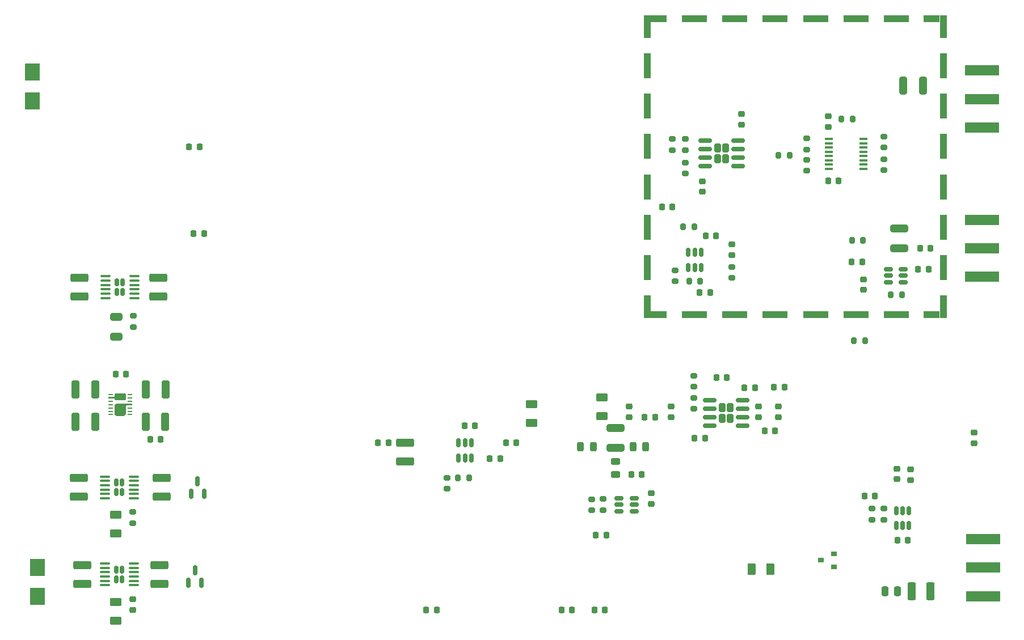
<source format=gbr>
G04 #@! TF.GenerationSoftware,KiCad,Pcbnew,(6.0.7)*
G04 #@! TF.CreationDate,2023-06-15T16:05:57+02:00*
G04 #@! TF.ProjectId,MTS_module,4d54535f-6d6f-4647-956c-652e6b696361,1.3.3*
G04 #@! TF.SameCoordinates,Original*
G04 #@! TF.FileFunction,Paste,Top*
G04 #@! TF.FilePolarity,Positive*
%FSLAX46Y46*%
G04 Gerber Fmt 4.6, Leading zero omitted, Abs format (unit mm)*
G04 Created by KiCad (PCBNEW (6.0.7)) date 2023-06-15 16:05:57*
%MOMM*%
%LPD*%
G01*
G04 APERTURE LIST*
G04 Aperture macros list*
%AMRoundRect*
0 Rectangle with rounded corners*
0 $1 Rounding radius*
0 $2 $3 $4 $5 $6 $7 $8 $9 X,Y pos of 4 corners*
0 Add a 4 corners polygon primitive as box body*
4,1,4,$2,$3,$4,$5,$6,$7,$8,$9,$2,$3,0*
0 Add four circle primitives for the rounded corners*
1,1,$1+$1,$2,$3*
1,1,$1+$1,$4,$5*
1,1,$1+$1,$6,$7*
1,1,$1+$1,$8,$9*
0 Add four rect primitives between the rounded corners*
20,1,$1+$1,$2,$3,$4,$5,0*
20,1,$1+$1,$4,$5,$6,$7,0*
20,1,$1+$1,$6,$7,$8,$9,0*
20,1,$1+$1,$8,$9,$2,$3,0*%
%AMFreePoly0*
4,1,38,0.670671,0.870970,0.751777,0.816777,0.805970,0.735671,0.825000,0.640000,0.825000,-0.640000,0.805970,-0.735671,0.751777,-0.816777,0.670671,-0.870970,0.575000,-0.890000,-0.780000,-0.890000,-0.880000,-0.915000,-1.750000,-0.915000,-1.750000,-0.665000,-1.075500,-0.665000,-1.075436,-0.664844,-1.075387,-0.664683,-1.075364,-0.664671,-1.075354,-0.664646,-1.075199,-0.664582,-1.075050,-0.664502,
-1.025101,-0.659508,-0.977199,-0.644539,-0.935281,-0.621584,-0.897355,-0.590644,-0.866421,-0.551727,-0.844465,-0.510809,-0.830492,-0.463901,-0.825497,-0.414950,-0.825420,-0.414807,-0.825354,-0.414646,-0.825329,-0.414636,-0.825316,-0.414612,-0.825157,-0.414565,-0.825000,-0.414500,-0.825000,0.640000,-0.575000,0.890000,0.575000,0.890000,0.670671,0.870970,0.670671,0.870970,$1*%
%AMFreePoly1*
4,1,25,0.670671,0.515970,0.751777,0.461777,0.805970,0.380671,0.825000,0.285000,0.825000,0.270000,1.750000,0.270000,1.750000,0.020000,0.825000,0.020000,0.825000,-0.285000,0.805970,-0.380671,0.751777,-0.461777,0.670671,-0.515970,0.575000,-0.535000,-0.575000,-0.535000,-0.670671,-0.515970,-0.751777,-0.461777,-0.805970,-0.380671,-0.825000,-0.285000,-0.825000,0.285000,-0.805970,0.380671,
-0.751777,0.461777,-0.670671,0.515970,-0.575000,0.535000,0.575000,0.535000,0.670671,0.515970,0.670671,0.515970,$1*%
G04 Aperture macros list end*
%ADD10RoundRect,0.250000X-1.075000X0.375000X-1.075000X-0.375000X1.075000X-0.375000X1.075000X0.375000X0*%
%ADD11RoundRect,0.250000X-0.625000X0.375000X-0.625000X-0.375000X0.625000X-0.375000X0.625000X0.375000X0*%
%ADD12RoundRect,0.218750X0.218750X0.256250X-0.218750X0.256250X-0.218750X-0.256250X0.218750X-0.256250X0*%
%ADD13RoundRect,0.225000X0.250000X-0.225000X0.250000X0.225000X-0.250000X0.225000X-0.250000X-0.225000X0*%
%ADD14RoundRect,0.250000X0.625000X-0.375000X0.625000X0.375000X-0.625000X0.375000X-0.625000X-0.375000X0*%
%ADD15RoundRect,0.243750X0.243750X0.456250X-0.243750X0.456250X-0.243750X-0.456250X0.243750X-0.456250X0*%
%ADD16RoundRect,0.218750X-0.218750X-0.256250X0.218750X-0.256250X0.218750X0.256250X-0.218750X0.256250X0*%
%ADD17RoundRect,0.243750X0.456250X-0.243750X0.456250X0.243750X-0.456250X0.243750X-0.456250X-0.243750X0*%
%ADD18R,0.900000X0.800000*%
%ADD19RoundRect,0.200000X-0.275000X0.200000X-0.275000X-0.200000X0.275000X-0.200000X0.275000X0.200000X0*%
%ADD20RoundRect,0.218750X-0.256250X0.218750X-0.256250X-0.218750X0.256250X-0.218750X0.256250X0.218750X0*%
%ADD21RoundRect,0.218750X0.256250X-0.218750X0.256250X0.218750X-0.256250X0.218750X-0.256250X-0.218750X0*%
%ADD22RoundRect,0.250000X1.075000X-0.312500X1.075000X0.312500X-1.075000X0.312500X-1.075000X-0.312500X0*%
%ADD23RoundRect,0.250000X0.375000X1.075000X-0.375000X1.075000X-0.375000X-1.075000X0.375000X-1.075000X0*%
%ADD24RoundRect,0.167500X-0.167500X-0.407500X0.167500X-0.407500X0.167500X0.407500X-0.167500X0.407500X0*%
%ADD25RoundRect,0.100000X-0.625000X-0.100000X0.625000X-0.100000X0.625000X0.100000X-0.625000X0.100000X0*%
%ADD26RoundRect,0.250000X0.375000X0.625000X-0.375000X0.625000X-0.375000X-0.625000X0.375000X-0.625000X0*%
%ADD27RoundRect,0.225000X-0.225000X-0.250000X0.225000X-0.250000X0.225000X0.250000X-0.225000X0.250000X0*%
%ADD28RoundRect,0.225000X-0.250000X0.225000X-0.250000X-0.225000X0.250000X-0.225000X0.250000X0.225000X0*%
%ADD29R,2.300000X2.500000*%
%ADD30R,5.080000X1.500000*%
%ADD31R,1.000000X3.800000*%
%ADD32R,3.800000X1.000000*%
%ADD33R,1.000000X1.000000*%
%ADD34R,2.440000X1.000000*%
%ADD35R,1.000000X2.440000*%
%ADD36RoundRect,0.200000X0.200000X0.275000X-0.200000X0.275000X-0.200000X-0.275000X0.200000X-0.275000X0*%
%ADD37RoundRect,0.250000X-1.075000X0.312500X-1.075000X-0.312500X1.075000X-0.312500X1.075000X0.312500X0*%
%ADD38RoundRect,0.200000X0.275000X-0.200000X0.275000X0.200000X-0.275000X0.200000X-0.275000X-0.200000X0*%
%ADD39RoundRect,0.200000X-0.200000X-0.275000X0.200000X-0.275000X0.200000X0.275000X-0.200000X0.275000X0*%
%ADD40RoundRect,0.250000X0.312500X1.075000X-0.312500X1.075000X-0.312500X-1.075000X0.312500X-1.075000X0*%
%ADD41RoundRect,0.242500X-0.242500X-0.422500X0.242500X-0.422500X0.242500X0.422500X-0.242500X0.422500X0*%
%ADD42RoundRect,0.150000X-0.825000X-0.150000X0.825000X-0.150000X0.825000X0.150000X-0.825000X0.150000X0*%
%ADD43RoundRect,0.150000X-0.512500X-0.150000X0.512500X-0.150000X0.512500X0.150000X-0.512500X0.150000X0*%
%ADD44R,1.200000X0.400000*%
%ADD45RoundRect,0.225000X0.225000X0.250000X-0.225000X0.250000X-0.225000X-0.250000X0.225000X-0.250000X0*%
%ADD46RoundRect,0.250000X-0.650000X0.325000X-0.650000X-0.325000X0.650000X-0.325000X0.650000X0.325000X0*%
%ADD47RoundRect,0.150000X-0.150000X0.512500X-0.150000X-0.512500X0.150000X-0.512500X0.150000X0.512500X0*%
%ADD48RoundRect,0.150000X0.150000X-0.512500X0.150000X0.512500X-0.150000X0.512500X-0.150000X-0.512500X0*%
%ADD49RoundRect,0.250000X0.325000X1.100000X-0.325000X1.100000X-0.325000X-1.100000X0.325000X-1.100000X0*%
%ADD50RoundRect,0.250000X-0.325000X-1.100000X0.325000X-1.100000X0.325000X1.100000X-0.325000X1.100000X0*%
%ADD51RoundRect,0.150000X0.150000X-0.587500X0.150000X0.587500X-0.150000X0.587500X-0.150000X-0.587500X0*%
%ADD52RoundRect,0.250000X0.250000X0.475000X-0.250000X0.475000X-0.250000X-0.475000X0.250000X-0.475000X0*%
%ADD53RoundRect,0.150000X0.512500X0.150000X-0.512500X0.150000X-0.512500X-0.150000X0.512500X-0.150000X0*%
%ADD54R,0.700000X0.250000*%
%ADD55FreePoly0,180.000000*%
%ADD56FreePoly1,180.000000*%
G04 APERTURE END LIST*
D10*
X102500000Y-116600000D03*
X102500000Y-119400000D03*
X103000000Y-129600000D03*
X103000000Y-132400000D03*
D11*
X108000000Y-122100000D03*
X108000000Y-124900000D03*
X108000000Y-135100000D03*
X108000000Y-137900000D03*
D12*
X165387500Y-113700000D03*
X163812500Y-113700000D03*
D10*
X114300000Y-86700000D03*
X114300000Y-89500000D03*
X114800000Y-116600000D03*
X114800000Y-119400000D03*
X114500000Y-129600000D03*
X114500000Y-132400000D03*
D12*
X148687500Y-111300000D03*
X147112500Y-111300000D03*
X167787500Y-111300000D03*
X166212500Y-111300000D03*
D11*
X170000000Y-105600000D03*
X170000000Y-108400000D03*
D13*
X224600000Y-116775000D03*
X224600000Y-115225000D03*
D14*
X180500000Y-107400000D03*
X180500000Y-104600000D03*
D15*
X179237500Y-111900000D03*
X177362500Y-111900000D03*
D13*
X190900000Y-107500000D03*
X190900000Y-105950000D03*
D15*
X187037500Y-111900000D03*
X185162500Y-111900000D03*
D16*
X194335400Y-110693200D03*
X195910400Y-110693200D03*
D12*
X203387500Y-103100000D03*
X201812500Y-103100000D03*
D17*
X182600000Y-116037500D03*
X182600000Y-114162500D03*
D16*
X224612500Y-125900000D03*
X226187500Y-125900000D03*
X219712500Y-119300000D03*
X221287500Y-119300000D03*
X179612500Y-125100000D03*
X181187500Y-125100000D03*
X179412500Y-136300000D03*
X180987500Y-136300000D03*
X174512500Y-136300000D03*
X176087500Y-136300000D03*
X154312500Y-136300000D03*
X155887500Y-136300000D03*
X118925000Y-67100000D03*
X120500000Y-67100000D03*
X119612500Y-80100000D03*
X121187500Y-80100000D03*
D18*
X215200000Y-129850000D03*
X215200000Y-127950000D03*
X213200000Y-128900000D03*
D19*
X110500000Y-121675000D03*
X110500000Y-123325000D03*
D20*
X110500000Y-134712500D03*
X110500000Y-136287500D03*
D10*
X151200000Y-111300000D03*
X151200000Y-114100000D03*
D20*
X236100000Y-109812500D03*
X236100000Y-111387500D03*
D21*
X226600000Y-116887500D03*
X226600000Y-115312500D03*
X184600000Y-107487500D03*
X184600000Y-105912500D03*
D12*
X188487500Y-107500000D03*
X186912500Y-107500000D03*
X206387500Y-109600000D03*
X204812500Y-109600000D03*
D22*
X182600000Y-112062500D03*
X182600000Y-109137500D03*
D16*
X197612500Y-101600000D03*
X199187500Y-101600000D03*
D20*
X206900000Y-105912500D03*
X206900000Y-107487500D03*
X203900000Y-105912500D03*
X203900000Y-107487500D03*
D16*
X184912500Y-116100000D03*
X186487500Y-116100000D03*
D23*
X229550000Y-133500000D03*
X226750000Y-133500000D03*
D12*
X207787500Y-103000000D03*
X206212500Y-103000000D03*
D24*
X108090000Y-117290000D03*
X108090000Y-118710000D03*
X108910000Y-118710000D03*
X108910000Y-117290000D03*
D25*
X106350000Y-116375000D03*
X106350000Y-117025000D03*
X106350000Y-117675000D03*
X106350000Y-118325000D03*
X106350000Y-118975000D03*
X106350000Y-119625000D03*
X110650000Y-119625000D03*
X110650000Y-118975000D03*
X110650000Y-118325000D03*
X110650000Y-117675000D03*
X110650000Y-117025000D03*
X110650000Y-116375000D03*
D24*
X108910000Y-130290000D03*
X108090000Y-130290000D03*
X108910000Y-131710000D03*
X108090000Y-131710000D03*
D25*
X106350000Y-129375000D03*
X106350000Y-130025000D03*
X106350000Y-130675000D03*
X106350000Y-131325000D03*
X106350000Y-131975000D03*
X106350000Y-132625000D03*
X110650000Y-132625000D03*
X110650000Y-131975000D03*
X110650000Y-131325000D03*
X110650000Y-130675000D03*
X110650000Y-130025000D03*
X110650000Y-129375000D03*
D20*
X187900000Y-118912500D03*
X187900000Y-120487500D03*
D26*
X205700000Y-130200000D03*
X202900000Y-130200000D03*
D10*
X102600000Y-86700000D03*
X102600000Y-89500000D03*
D27*
X228025000Y-82300000D03*
X229575000Y-82300000D03*
D28*
X219600000Y-86925000D03*
X219600000Y-88475000D03*
D27*
X227725000Y-85400000D03*
X229275000Y-85400000D03*
D28*
X214300000Y-62600000D03*
X214300000Y-64150000D03*
D27*
X189525000Y-76100000D03*
X191075000Y-76100000D03*
X214325000Y-72200000D03*
X215875000Y-72200000D03*
D28*
X195500000Y-72300000D03*
X195500000Y-73850000D03*
D13*
X201400000Y-63800000D03*
X201400000Y-62250000D03*
D29*
X95500000Y-55950000D03*
X95500000Y-60250000D03*
X96300000Y-134250000D03*
X96300000Y-129950000D03*
D30*
X237300000Y-82300000D03*
X237300000Y-78050000D03*
X237300000Y-86550000D03*
D31*
X231490000Y-55050000D03*
D32*
X218450000Y-48010000D03*
D31*
X231490000Y-73150000D03*
X187310000Y-67050000D03*
D32*
X212450000Y-92190000D03*
X224450000Y-48010000D03*
X212450000Y-48010000D03*
D33*
X187310000Y-48010000D03*
D32*
X224450000Y-92190000D03*
D33*
X187310000Y-92190000D03*
D31*
X187310000Y-73150000D03*
D34*
X229770000Y-48010000D03*
D32*
X206350000Y-48010000D03*
D35*
X231490000Y-49730000D03*
D31*
X187310000Y-79150000D03*
X231490000Y-85150000D03*
D33*
X231490000Y-92190000D03*
D35*
X231490000Y-90470000D03*
D31*
X187310000Y-55050000D03*
D33*
X231490000Y-48010000D03*
D32*
X194350000Y-92190000D03*
D31*
X187310000Y-61050000D03*
D35*
X187310000Y-49730000D03*
D32*
X218450000Y-92190000D03*
D31*
X231490000Y-79150000D03*
D32*
X200350000Y-92190000D03*
D34*
X189030000Y-92190000D03*
D31*
X231490000Y-61050000D03*
X231490000Y-67050000D03*
D32*
X194350000Y-48010000D03*
X200350000Y-48010000D03*
D34*
X229770000Y-92190000D03*
X189030000Y-48010000D03*
D31*
X187310000Y-85150000D03*
D32*
X206350000Y-92190000D03*
D35*
X187310000Y-90470000D03*
D36*
X160725000Y-116600000D03*
X159075000Y-116600000D03*
D19*
X191000000Y-65975000D03*
X191000000Y-67625000D03*
D37*
X224900000Y-79337500D03*
X224900000Y-82262500D03*
D38*
X193000000Y-67625000D03*
X193000000Y-65975000D03*
D39*
X218175000Y-96100000D03*
X219825000Y-96100000D03*
X223675000Y-89200000D03*
X225325000Y-89200000D03*
D38*
X193000000Y-71125000D03*
X193000000Y-69475000D03*
D40*
X228462500Y-58000000D03*
X225537500Y-58000000D03*
D36*
X208525000Y-68400000D03*
X206875000Y-68400000D03*
D39*
X216275000Y-63000000D03*
X217925000Y-63000000D03*
D19*
X211100000Y-69075000D03*
X211100000Y-70725000D03*
X222600000Y-68975000D03*
X222600000Y-70625000D03*
X211100000Y-65900000D03*
X211100000Y-67550000D03*
D38*
X222600000Y-67250000D03*
X222600000Y-65600000D03*
D41*
X199000000Y-68925000D03*
X199000000Y-67275000D03*
X197800000Y-68925000D03*
X197800000Y-67275000D03*
D42*
X195925000Y-66195000D03*
X195925000Y-67465000D03*
X195925000Y-68735000D03*
X195925000Y-70005000D03*
X200875000Y-70005000D03*
X200875000Y-68735000D03*
X200875000Y-67465000D03*
X200875000Y-66195000D03*
D43*
X223262500Y-85450000D03*
X223262500Y-86400000D03*
X223262500Y-87350000D03*
X225537500Y-87350000D03*
X225537500Y-86400000D03*
X225537500Y-85450000D03*
D44*
X214400000Y-65977500D03*
X214400000Y-66612500D03*
X214400000Y-67247500D03*
X214400000Y-67882500D03*
X214400000Y-68517500D03*
X214400000Y-69152500D03*
X214400000Y-69787500D03*
X214400000Y-70422500D03*
X219600000Y-70422500D03*
X219600000Y-69787500D03*
X219600000Y-69152500D03*
X219600000Y-68517500D03*
X219600000Y-67882500D03*
X219600000Y-67247500D03*
X219600000Y-66612500D03*
X219600000Y-65977500D03*
D30*
X237300000Y-60000000D03*
X237300000Y-55750000D03*
X237300000Y-64250000D03*
X237400000Y-130000000D03*
X237400000Y-125750000D03*
X237400000Y-134250000D03*
D45*
X161575000Y-108800000D03*
X160025000Y-108800000D03*
D46*
X108100000Y-92525000D03*
X108100000Y-95475000D03*
D45*
X196675000Y-88900000D03*
X195125000Y-88900000D03*
D27*
X196025000Y-80400000D03*
X197575000Y-80400000D03*
D19*
X110600000Y-92375000D03*
X110600000Y-94025000D03*
X157400000Y-116575000D03*
X157400000Y-118225000D03*
X220800000Y-121175000D03*
X220800000Y-122825000D03*
D38*
X222600000Y-122825000D03*
X222600000Y-121175000D03*
D36*
X195225000Y-87200000D03*
X193575000Y-87200000D03*
D19*
X191500000Y-85575000D03*
X191500000Y-87225000D03*
D24*
X108190000Y-88810000D03*
X109010000Y-87390000D03*
X108190000Y-87390000D03*
X109010000Y-88810000D03*
D25*
X106450000Y-86475000D03*
X106450000Y-87125000D03*
X106450000Y-87775000D03*
X106450000Y-88425000D03*
X106450000Y-89075000D03*
X106450000Y-89725000D03*
X110750000Y-89725000D03*
X110750000Y-89075000D03*
X110750000Y-88425000D03*
X110750000Y-87775000D03*
X110750000Y-87125000D03*
X110750000Y-86475000D03*
D47*
X161050000Y-111362500D03*
X160100000Y-111362500D03*
X159150000Y-111362500D03*
X159150000Y-113637500D03*
X160100000Y-113637500D03*
X161050000Y-113637500D03*
D48*
X224450000Y-123737500D03*
X225400000Y-123737500D03*
X226350000Y-123737500D03*
X226350000Y-121462500D03*
X225400000Y-121462500D03*
X224450000Y-121462500D03*
D47*
X195350000Y-82862500D03*
X194400000Y-82862500D03*
X193450000Y-82862500D03*
X193450000Y-85137500D03*
X194400000Y-85137500D03*
X195350000Y-85137500D03*
D36*
X194325000Y-79100000D03*
X192675000Y-79100000D03*
D41*
X198500000Y-106075000D03*
X198500000Y-107725000D03*
X199700000Y-107725000D03*
X199700000Y-106075000D03*
D42*
X196625000Y-104995000D03*
X196625000Y-106265000D03*
X196625000Y-107535000D03*
X196625000Y-108805000D03*
X201575000Y-108805000D03*
X201575000Y-107535000D03*
X201575000Y-106265000D03*
X201575000Y-104995000D03*
D49*
X104902000Y-108204000D03*
X101952000Y-108204000D03*
D27*
X107950000Y-101117400D03*
X109500000Y-101117400D03*
D50*
X102002800Y-103403400D03*
X104952800Y-103403400D03*
D49*
X115417600Y-103403400D03*
X112467600Y-103403400D03*
D51*
X118850000Y-132237500D03*
X120750000Y-132237500D03*
X119800000Y-130362500D03*
D36*
X219525000Y-81100000D03*
X217875000Y-81100000D03*
D52*
X224650000Y-133500000D03*
X222750000Y-133500000D03*
D53*
X185337500Y-121550000D03*
X185337500Y-120600000D03*
X185337500Y-119650000D03*
X183062500Y-119650000D03*
X183062500Y-120600000D03*
X183062500Y-121550000D03*
D38*
X180700000Y-121400000D03*
X180700000Y-119750000D03*
D27*
X217825000Y-84300000D03*
X219375000Y-84300000D03*
D38*
X194259200Y-102971600D03*
X194259200Y-101321600D03*
D51*
X119250000Y-118937500D03*
X121150000Y-118937500D03*
X120200000Y-117062500D03*
D50*
X112433400Y-108178600D03*
X115383400Y-108178600D03*
D19*
X179000000Y-119775000D03*
X179000000Y-121425000D03*
D13*
X199900000Y-83275000D03*
X199900000Y-81725000D03*
D38*
X194259200Y-106273600D03*
X194259200Y-104623600D03*
D27*
X113106200Y-110845600D03*
X114656200Y-110845600D03*
D38*
X199900000Y-86725000D03*
X199900000Y-85075000D03*
D54*
X110061200Y-107140600D03*
X110061200Y-106640600D03*
X110061200Y-106140600D03*
D55*
X108661200Y-106430600D03*
D54*
X110061200Y-105140600D03*
X110061200Y-104640600D03*
X110061200Y-104140600D03*
X107261200Y-104140600D03*
D56*
X108661200Y-104495600D03*
D54*
X107261200Y-105140600D03*
X107261200Y-105640600D03*
X107261200Y-106140600D03*
X107261200Y-106640600D03*
X107261200Y-107140600D03*
M02*

</source>
